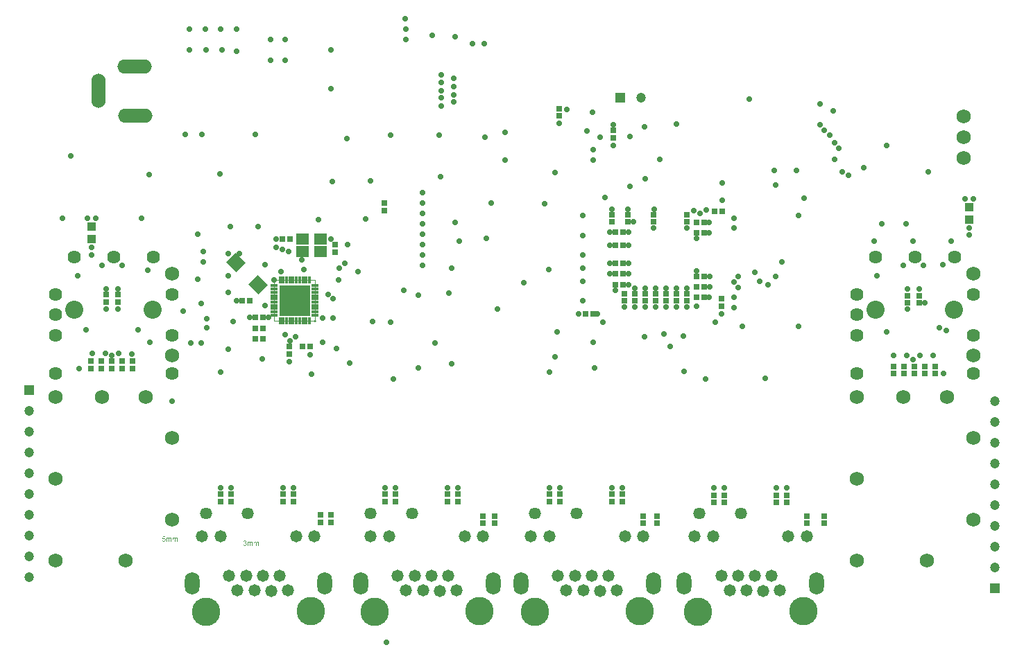
<source format=gbs>
G04*
G04 #@! TF.GenerationSoftware,Altium Limited,Altium Designer,20.0.2 (26)*
G04*
G04 Layer_Color=16711935*
%FSLAX25Y25*%
%MOIN*%
G70*
G01*
G75*
%ADD20C,0.00200*%
%ADD46R,0.02769X0.03162*%
%ADD47R,0.03162X0.02769*%
%ADD56R,0.06312X0.05524*%
%ADD57C,0.04737*%
%ADD61R,0.04737X0.04737*%
%ADD62C,0.06800*%
%ADD63C,0.06890*%
%ADD64C,0.06394*%
%ADD65O,0.16548X0.06706*%
%ADD66O,0.06706X0.16548*%
%ADD67C,0.13674*%
%ADD68O,0.07099X0.10800*%
%ADD69C,0.05800*%
%ADD70C,0.05737*%
%ADD71R,0.04737X0.04737*%
%ADD72C,0.02769*%
%ADD73C,0.08674*%
%ADD100R,0.14961X0.14961*%
%ADD101R,0.01181X0.03543*%
%ADD102R,0.03543X0.01181*%
G04:AMPARAMS|DCode=103|XSize=67.06mil|YSize=63.12mil|CornerRadius=0mil|HoleSize=0mil|Usage=FLASHONLY|Rotation=135.000|XOffset=0mil|YOffset=0mil|HoleType=Round|Shape=Rectangle|*
%AMROTATEDRECTD103*
4,1,4,0.04602,-0.00139,0.00139,-0.04602,-0.04602,0.00139,-0.00139,0.04602,0.04602,-0.00139,0.0*
%
%ADD103ROTATEDRECTD103*%

%ADD104R,0.04000X0.04000*%
G36*
X140480Y180268D02*
X139693D01*
Y181843D01*
X140480D01*
Y180268D01*
D02*
G37*
G36*
X138906D02*
X138118D01*
Y181843D01*
X138906D01*
Y180268D01*
D02*
G37*
G36*
X137331D02*
X136543D01*
Y181843D01*
X137331D01*
Y180268D01*
D02*
G37*
G36*
X135756D02*
X134968D01*
Y181843D01*
X135756D01*
Y180268D01*
D02*
G37*
G36*
X134181D02*
X133394D01*
Y181843D01*
X134181D01*
Y180268D01*
D02*
G37*
G36*
X132606D02*
X131819D01*
Y181843D01*
X132606D01*
Y180268D01*
D02*
G37*
G36*
X131032D02*
X130244D01*
Y181843D01*
X131032D01*
Y180268D01*
D02*
G37*
G36*
X129457D02*
X128669D01*
Y181843D01*
X129457D01*
Y180268D01*
D02*
G37*
G36*
X127882D02*
X127094D01*
Y181843D01*
X127882D01*
Y180268D01*
D02*
G37*
G36*
X126307D02*
X125520D01*
Y181843D01*
X126307D01*
Y180268D01*
D02*
G37*
G36*
X142842Y178693D02*
X141268D01*
Y179480D01*
X142842D01*
Y178693D01*
D02*
G37*
G36*
X124732D02*
X123158D01*
Y179480D01*
X124732D01*
Y178693D01*
D02*
G37*
G36*
X142842Y177118D02*
X141268D01*
Y177905D01*
X142842D01*
Y177118D01*
D02*
G37*
G36*
X124732D02*
X123158D01*
Y177905D01*
X124732D01*
Y177118D01*
D02*
G37*
G36*
X142842Y175543D02*
X141268D01*
Y176331D01*
X142842D01*
Y175543D01*
D02*
G37*
G36*
X124732D02*
X123158D01*
Y176331D01*
X124732D01*
Y175543D01*
D02*
G37*
G36*
X142842Y173969D02*
X141268D01*
Y174756D01*
X142842D01*
Y173969D01*
D02*
G37*
G36*
X124732D02*
X123158D01*
Y174756D01*
X124732D01*
Y173969D01*
D02*
G37*
G36*
X142842Y172394D02*
X141268D01*
Y173181D01*
X142842D01*
Y172394D01*
D02*
G37*
G36*
X124732D02*
X123158D01*
Y173181D01*
X124732D01*
Y172394D01*
D02*
G37*
G36*
X142842Y170819D02*
X141268D01*
Y171606D01*
X142842D01*
Y170819D01*
D02*
G37*
G36*
X124732D02*
X123158D01*
Y171606D01*
X124732D01*
Y170819D01*
D02*
G37*
G36*
X142842Y169244D02*
X141268D01*
Y170031D01*
X142842D01*
Y169244D01*
D02*
G37*
G36*
X124732D02*
X123158D01*
Y170031D01*
X124732D01*
Y169244D01*
D02*
G37*
G36*
X142842Y167669D02*
X141268D01*
Y168457D01*
X142842D01*
Y167669D01*
D02*
G37*
G36*
X124732D02*
X123158D01*
Y168457D01*
X124732D01*
Y167669D01*
D02*
G37*
G36*
X142842Y166095D02*
X141268D01*
Y166882D01*
X142842D01*
Y166095D01*
D02*
G37*
G36*
X124732D02*
X123158D01*
Y166882D01*
X124732D01*
Y166095D01*
D02*
G37*
G36*
X140284Y164716D02*
X125716D01*
Y179283D01*
X140284D01*
Y164716D01*
D02*
G37*
G36*
X142842Y164520D02*
X141268D01*
Y165307D01*
X142842D01*
Y164520D01*
D02*
G37*
G36*
X124732D02*
X123158D01*
Y165307D01*
X124732D01*
Y164520D01*
D02*
G37*
G36*
X140480Y162157D02*
X139693D01*
Y163732D01*
X140480D01*
Y162157D01*
D02*
G37*
G36*
X138906D02*
X138118D01*
Y163732D01*
X138906D01*
Y162157D01*
D02*
G37*
G36*
X137331D02*
X136543D01*
Y163732D01*
X137331D01*
Y162157D01*
D02*
G37*
G36*
X135756D02*
X134968D01*
Y163732D01*
X135756D01*
Y162157D01*
D02*
G37*
G36*
X134181D02*
X133394D01*
Y163732D01*
X134181D01*
Y162157D01*
D02*
G37*
G36*
X132606D02*
X131819D01*
Y163732D01*
X132606D01*
Y162157D01*
D02*
G37*
G36*
X131032D02*
X130244D01*
Y163732D01*
X131032D01*
Y162157D01*
D02*
G37*
G36*
X129457D02*
X128669D01*
Y163732D01*
X129457D01*
Y162157D01*
D02*
G37*
G36*
X127882D02*
X127094D01*
Y163732D01*
X127882D01*
Y162157D01*
D02*
G37*
G36*
X126307D02*
X125520D01*
Y163732D01*
X126307D01*
Y162157D01*
D02*
G37*
G36*
X143314Y162353D02*
X143314Y161961D01*
X143176Y161823D01*
X143038Y161685D01*
X142646Y161685D01*
X142370Y161961D01*
X142369Y162353D01*
X142508Y162491D01*
X142646Y162629D01*
X143037Y162629D01*
X143314Y162353D01*
D02*
G37*
G36*
X76221Y57864D02*
X76247D01*
X76272Y57860D01*
X76334Y57849D01*
X76400Y57831D01*
X76469Y57802D01*
X76538Y57765D01*
X76596Y57714D01*
X76604Y57707D01*
X76618Y57685D01*
X76644Y57653D01*
X76655Y57627D01*
X76669Y57602D01*
X76684Y57569D01*
X76695Y57536D01*
X76709Y57500D01*
X76720Y57456D01*
X76727Y57412D01*
X76735Y57361D01*
X76742Y57310D01*
Y57252D01*
Y56000D01*
X76433D01*
Y57147D01*
Y57150D01*
Y57154D01*
Y57176D01*
Y57209D01*
X76429Y57249D01*
X76425Y57292D01*
X76422Y57336D01*
X76414Y57380D01*
X76403Y57412D01*
Y57416D01*
X76396Y57427D01*
X76389Y57441D01*
X76378Y57460D01*
X76363Y57481D01*
X76345Y57503D01*
X76323Y57525D01*
X76294Y57547D01*
X76291Y57551D01*
X76280Y57554D01*
X76265Y57562D01*
X76240Y57573D01*
X76214Y57583D01*
X76181Y57591D01*
X76149Y57594D01*
X76109Y57598D01*
X76090D01*
X76076Y57594D01*
X76039Y57591D01*
X75996Y57583D01*
X75945Y57565D01*
X75890Y57543D01*
X75836Y57511D01*
X75785Y57467D01*
X75781Y57460D01*
X75766Y57441D01*
X75745Y57412D01*
X75723Y57369D01*
X75697Y57310D01*
X75679Y57241D01*
X75665Y57157D01*
X75657Y57059D01*
Y56000D01*
X75348D01*
Y57183D01*
Y57187D01*
Y57194D01*
Y57201D01*
Y57216D01*
X75344Y57256D01*
X75337Y57300D01*
X75330Y57350D01*
X75315Y57401D01*
X75297Y57449D01*
X75271Y57492D01*
X75268Y57496D01*
X75257Y57511D01*
X75239Y57525D01*
X75213Y57547D01*
X75180Y57565D01*
X75137Y57583D01*
X75086Y57594D01*
X75024Y57598D01*
X75002D01*
X74976Y57594D01*
X74947Y57591D01*
X74911Y57580D01*
X74867Y57569D01*
X74827Y57551D01*
X74784Y57529D01*
X74780Y57525D01*
X74765Y57514D01*
X74747Y57500D01*
X74722Y57478D01*
X74696Y57449D01*
X74671Y57412D01*
X74645Y57372D01*
X74623Y57325D01*
X74620Y57318D01*
X74616Y57300D01*
X74609Y57270D01*
X74598Y57230D01*
X74587Y57176D01*
X74580Y57110D01*
X74576Y57034D01*
X74572Y56946D01*
Y56000D01*
X74263D01*
Y57827D01*
X74540D01*
Y57565D01*
X74543Y57573D01*
X74554Y57587D01*
X74576Y57613D01*
X74602Y57642D01*
X74634Y57678D01*
X74674Y57714D01*
X74718Y57751D01*
X74769Y57784D01*
X74776Y57787D01*
X74795Y57798D01*
X74824Y57809D01*
X74864Y57827D01*
X74911Y57842D01*
X74966Y57853D01*
X75028Y57864D01*
X75093Y57867D01*
X75126D01*
X75166Y57864D01*
X75209Y57856D01*
X75264Y57845D01*
X75319Y57831D01*
X75373Y57809D01*
X75424Y57780D01*
X75432Y57776D01*
X75446Y57765D01*
X75468Y57747D01*
X75497Y57718D01*
X75526Y57685D01*
X75559Y57645D01*
X75588Y57598D01*
X75610Y57543D01*
X75613Y57547D01*
X75621Y57558D01*
X75632Y57573D01*
X75650Y57594D01*
X75672Y57620D01*
X75697Y57645D01*
X75726Y57674D01*
X75763Y57707D01*
X75803Y57736D01*
X75843Y57765D01*
X75890Y57791D01*
X75941Y57816D01*
X75996Y57838D01*
X76054Y57853D01*
X76112Y57864D01*
X76178Y57867D01*
X76203D01*
X76221Y57864D01*
D02*
G37*
G36*
X73288D02*
X73313D01*
X73339Y57860D01*
X73400Y57849D01*
X73466Y57831D01*
X73535Y57802D01*
X73604Y57765D01*
X73663Y57714D01*
X73670Y57707D01*
X73684Y57685D01*
X73710Y57653D01*
X73721Y57627D01*
X73735Y57602D01*
X73750Y57569D01*
X73761Y57536D01*
X73775Y57500D01*
X73786Y57456D01*
X73794Y57412D01*
X73801Y57361D01*
X73808Y57310D01*
Y57252D01*
Y56000D01*
X73499D01*
Y57147D01*
Y57150D01*
Y57154D01*
Y57176D01*
Y57209D01*
X73495Y57249D01*
X73491Y57292D01*
X73488Y57336D01*
X73480Y57380D01*
X73470Y57412D01*
Y57416D01*
X73462Y57427D01*
X73455Y57441D01*
X73444Y57460D01*
X73430Y57481D01*
X73411Y57503D01*
X73390Y57525D01*
X73360Y57547D01*
X73357Y57551D01*
X73346Y57554D01*
X73331Y57562D01*
X73306Y57573D01*
X73280Y57583D01*
X73247Y57591D01*
X73215Y57594D01*
X73175Y57598D01*
X73156D01*
X73142Y57594D01*
X73106Y57591D01*
X73062Y57583D01*
X73011Y57565D01*
X72956Y57543D01*
X72902Y57511D01*
X72851Y57467D01*
X72847Y57460D01*
X72833Y57441D01*
X72811Y57412D01*
X72789Y57369D01*
X72763Y57310D01*
X72745Y57241D01*
X72731Y57157D01*
X72723Y57059D01*
Y56000D01*
X72414D01*
Y57183D01*
Y57187D01*
Y57194D01*
Y57201D01*
Y57216D01*
X72410Y57256D01*
X72403Y57300D01*
X72396Y57350D01*
X72381Y57401D01*
X72363Y57449D01*
X72338Y57492D01*
X72334Y57496D01*
X72323Y57511D01*
X72305Y57525D01*
X72279Y57547D01*
X72246Y57565D01*
X72203Y57583D01*
X72152Y57594D01*
X72090Y57598D01*
X72068D01*
X72043Y57594D01*
X72014Y57591D01*
X71977Y57580D01*
X71934Y57569D01*
X71893Y57551D01*
X71850Y57529D01*
X71846Y57525D01*
X71832Y57514D01*
X71813Y57500D01*
X71788Y57478D01*
X71762Y57449D01*
X71737Y57412D01*
X71711Y57372D01*
X71690Y57325D01*
X71686Y57318D01*
X71682Y57300D01*
X71675Y57270D01*
X71664Y57230D01*
X71653Y57176D01*
X71646Y57110D01*
X71642Y57034D01*
X71639Y56946D01*
Y56000D01*
X71329D01*
Y57827D01*
X71606D01*
Y57565D01*
X71609Y57573D01*
X71620Y57587D01*
X71642Y57613D01*
X71668Y57642D01*
X71701Y57678D01*
X71741Y57714D01*
X71784Y57751D01*
X71835Y57784D01*
X71842Y57787D01*
X71861Y57798D01*
X71890Y57809D01*
X71930Y57827D01*
X71977Y57842D01*
X72032Y57853D01*
X72094Y57864D01*
X72159Y57867D01*
X72192D01*
X72232Y57864D01*
X72276Y57856D01*
X72330Y57845D01*
X72385Y57831D01*
X72439Y57809D01*
X72490Y57780D01*
X72498Y57776D01*
X72512Y57765D01*
X72534Y57747D01*
X72563Y57718D01*
X72592Y57685D01*
X72625Y57645D01*
X72654Y57598D01*
X72676Y57543D01*
X72680Y57547D01*
X72687Y57558D01*
X72698Y57573D01*
X72716Y57594D01*
X72738Y57620D01*
X72763Y57645D01*
X72793Y57674D01*
X72829Y57707D01*
X72869Y57736D01*
X72909Y57765D01*
X72956Y57791D01*
X73007Y57816D01*
X73062Y57838D01*
X73120Y57853D01*
X73178Y57864D01*
X73244Y57867D01*
X73269D01*
X73288Y57864D01*
D02*
G37*
G36*
X70838Y58191D02*
X69830D01*
X69695Y57511D01*
X69699Y57514D01*
X69706Y57518D01*
X69717Y57525D01*
X69735Y57536D01*
X69757Y57547D01*
X69782Y57562D01*
X69841Y57591D01*
X69913Y57620D01*
X69993Y57645D01*
X70081Y57664D01*
X70124Y57671D01*
X70205D01*
X70226Y57667D01*
X70255Y57664D01*
X70288Y57660D01*
X70325Y57653D01*
X70365Y57642D01*
X70452Y57616D01*
X70499Y57598D01*
X70547Y57573D01*
X70594Y57547D01*
X70641Y57518D01*
X70685Y57481D01*
X70729Y57441D01*
X70732Y57438D01*
X70740Y57430D01*
X70750Y57420D01*
X70765Y57401D01*
X70783Y57376D01*
X70801Y57350D01*
X70823Y57318D01*
X70845Y57281D01*
X70863Y57241D01*
X70885Y57198D01*
X70903Y57147D01*
X70922Y57096D01*
X70936Y57041D01*
X70947Y56979D01*
X70954Y56917D01*
X70958Y56852D01*
Y56848D01*
Y56837D01*
Y56819D01*
X70954Y56793D01*
X70951Y56764D01*
X70947Y56732D01*
X70940Y56692D01*
X70933Y56652D01*
X70911Y56557D01*
X70874Y56459D01*
X70852Y56408D01*
X70823Y56360D01*
X70794Y56309D01*
X70758Y56262D01*
X70754Y56258D01*
X70747Y56248D01*
X70732Y56233D01*
X70714Y56215D01*
X70689Y56193D01*
X70660Y56164D01*
X70623Y56138D01*
X70583Y56109D01*
X70539Y56080D01*
X70488Y56055D01*
X70434Y56029D01*
X70376Y56004D01*
X70314Y55985D01*
X70244Y55971D01*
X70172Y55960D01*
X70095Y55956D01*
X70063D01*
X70037Y55960D01*
X70008Y55964D01*
X69975Y55967D01*
X69935Y55971D01*
X69895Y55982D01*
X69804Y56004D01*
X69713Y56036D01*
X69666Y56058D01*
X69618Y56084D01*
X69575Y56113D01*
X69531Y56146D01*
X69527Y56149D01*
X69520Y56153D01*
X69513Y56167D01*
X69498Y56182D01*
X69480Y56200D01*
X69462Y56222D01*
X69440Y56251D01*
X69422Y56284D01*
X69400Y56317D01*
X69378Y56357D01*
X69338Y56444D01*
X69305Y56546D01*
X69295Y56601D01*
X69287Y56659D01*
X69611Y56684D01*
Y56681D01*
Y56673D01*
X69615Y56662D01*
X69618Y56644D01*
X69629Y56604D01*
X69644Y56550D01*
X69666Y56495D01*
X69695Y56433D01*
X69731Y56379D01*
X69775Y56328D01*
X69782Y56324D01*
X69797Y56309D01*
X69826Y56291D01*
X69866Y56269D01*
X69910Y56248D01*
X69964Y56229D01*
X70026Y56215D01*
X70095Y56211D01*
X70117D01*
X70132Y56215D01*
X70175Y56218D01*
X70226Y56233D01*
X70288Y56251D01*
X70350Y56280D01*
X70416Y56324D01*
X70445Y56349D01*
X70474Y56379D01*
X70477Y56382D01*
X70481Y56386D01*
X70488Y56397D01*
X70499Y56408D01*
X70525Y56448D01*
X70554Y56499D01*
X70579Y56561D01*
X70605Y56637D01*
X70623Y56728D01*
X70630Y56775D01*
Y56826D01*
Y56830D01*
Y56837D01*
Y56852D01*
X70627Y56870D01*
Y56892D01*
X70623Y56917D01*
X70612Y56976D01*
X70594Y57045D01*
X70569Y57114D01*
X70532Y57179D01*
X70481Y57241D01*
Y57245D01*
X70474Y57249D01*
X70456Y57267D01*
X70423Y57292D01*
X70379Y57321D01*
X70321Y57347D01*
X70255Y57372D01*
X70179Y57390D01*
X70135Y57398D01*
X70066D01*
X70037Y57394D01*
X70001Y57390D01*
X69957Y57380D01*
X69913Y57369D01*
X69866Y57350D01*
X69819Y57329D01*
X69815Y57325D01*
X69800Y57318D01*
X69779Y57300D01*
X69749Y57281D01*
X69720Y57256D01*
X69691Y57223D01*
X69658Y57190D01*
X69633Y57150D01*
X69342Y57190D01*
X69586Y58486D01*
X70838D01*
Y58191D01*
D02*
G37*
G36*
X115218Y55864D02*
X115243D01*
X115269Y55860D01*
X115331Y55849D01*
X115396Y55831D01*
X115465Y55802D01*
X115534Y55765D01*
X115593Y55714D01*
X115600Y55707D01*
X115614Y55685D01*
X115640Y55653D01*
X115651Y55627D01*
X115665Y55602D01*
X115680Y55569D01*
X115691Y55536D01*
X115706Y55500D01*
X115716Y55456D01*
X115724Y55412D01*
X115731Y55361D01*
X115738Y55310D01*
Y55252D01*
Y54000D01*
X115429D01*
Y55147D01*
Y55150D01*
Y55154D01*
Y55176D01*
Y55208D01*
X115425Y55248D01*
X115422Y55292D01*
X115418Y55336D01*
X115411Y55380D01*
X115400Y55412D01*
Y55416D01*
X115392Y55427D01*
X115385Y55441D01*
X115374Y55460D01*
X115360Y55481D01*
X115341Y55503D01*
X115320Y55525D01*
X115291Y55547D01*
X115287Y55551D01*
X115276Y55554D01*
X115261Y55562D01*
X115236Y55572D01*
X115210Y55583D01*
X115178Y55591D01*
X115145Y55594D01*
X115105Y55598D01*
X115087D01*
X115072Y55594D01*
X115036Y55591D01*
X114992Y55583D01*
X114941Y55565D01*
X114886Y55543D01*
X114832Y55511D01*
X114781Y55467D01*
X114777Y55460D01*
X114763Y55441D01*
X114741Y55412D01*
X114719Y55369D01*
X114694Y55310D01*
X114675Y55241D01*
X114661Y55158D01*
X114654Y55059D01*
Y54000D01*
X114344D01*
Y55183D01*
Y55187D01*
Y55194D01*
Y55201D01*
Y55216D01*
X114340Y55256D01*
X114333Y55300D01*
X114326Y55350D01*
X114311Y55401D01*
X114293Y55449D01*
X114268Y55492D01*
X114264Y55496D01*
X114253Y55511D01*
X114235Y55525D01*
X114209Y55547D01*
X114177Y55565D01*
X114133Y55583D01*
X114082Y55594D01*
X114020Y55598D01*
X113998D01*
X113973Y55594D01*
X113944Y55591D01*
X113907Y55580D01*
X113864Y55569D01*
X113824Y55551D01*
X113780Y55529D01*
X113776Y55525D01*
X113762Y55514D01*
X113744Y55500D01*
X113718Y55478D01*
X113693Y55449D01*
X113667Y55412D01*
X113642Y55372D01*
X113620Y55325D01*
X113616Y55318D01*
X113612Y55300D01*
X113605Y55270D01*
X113594Y55230D01*
X113583Y55176D01*
X113576Y55110D01*
X113573Y55034D01*
X113569Y54946D01*
Y54000D01*
X113259D01*
Y55827D01*
X113536D01*
Y55565D01*
X113540Y55572D01*
X113551Y55587D01*
X113573Y55612D01*
X113598Y55642D01*
X113631Y55678D01*
X113671Y55714D01*
X113714Y55751D01*
X113765Y55784D01*
X113773Y55787D01*
X113791Y55798D01*
X113820Y55809D01*
X113860Y55827D01*
X113907Y55842D01*
X113962Y55853D01*
X114024Y55864D01*
X114089Y55867D01*
X114122D01*
X114162Y55864D01*
X114206Y55856D01*
X114260Y55845D01*
X114315Y55831D01*
X114370Y55809D01*
X114421Y55780D01*
X114428Y55776D01*
X114442Y55765D01*
X114464Y55747D01*
X114493Y55718D01*
X114523Y55685D01*
X114555Y55645D01*
X114584Y55598D01*
X114606Y55543D01*
X114610Y55547D01*
X114617Y55558D01*
X114628Y55572D01*
X114646Y55594D01*
X114668Y55620D01*
X114694Y55645D01*
X114723Y55674D01*
X114759Y55707D01*
X114799Y55736D01*
X114839Y55765D01*
X114886Y55791D01*
X114937Y55816D01*
X114992Y55838D01*
X115050Y55853D01*
X115109Y55864D01*
X115174Y55867D01*
X115200D01*
X115218Y55864D01*
D02*
G37*
G36*
X112284D02*
X112309D01*
X112335Y55860D01*
X112397Y55849D01*
X112462Y55831D01*
X112531Y55802D01*
X112601Y55765D01*
X112659Y55714D01*
X112666Y55707D01*
X112681Y55685D01*
X112706Y55653D01*
X112717Y55627D01*
X112732Y55602D01*
X112746Y55569D01*
X112757Y55536D01*
X112772Y55500D01*
X112783Y55456D01*
X112790Y55412D01*
X112797Y55361D01*
X112804Y55310D01*
Y55252D01*
Y54000D01*
X112495D01*
Y55147D01*
Y55150D01*
Y55154D01*
Y55176D01*
Y55208D01*
X112491Y55248D01*
X112488Y55292D01*
X112484Y55336D01*
X112477Y55380D01*
X112466Y55412D01*
Y55416D01*
X112459Y55427D01*
X112451Y55441D01*
X112440Y55460D01*
X112426Y55481D01*
X112408Y55503D01*
X112386Y55525D01*
X112357Y55547D01*
X112353Y55551D01*
X112342Y55554D01*
X112328Y55562D01*
X112302Y55572D01*
X112277Y55583D01*
X112244Y55591D01*
X112211Y55594D01*
X112171Y55598D01*
X112153D01*
X112138Y55594D01*
X112102Y55591D01*
X112058Y55583D01*
X112007Y55565D01*
X111953Y55543D01*
X111898Y55511D01*
X111847Y55467D01*
X111844Y55460D01*
X111829Y55441D01*
X111807Y55412D01*
X111785Y55369D01*
X111760Y55310D01*
X111742Y55241D01*
X111727Y55158D01*
X111720Y55059D01*
Y54000D01*
X111410D01*
Y55183D01*
Y55187D01*
Y55194D01*
Y55201D01*
Y55216D01*
X111407Y55256D01*
X111399Y55300D01*
X111392Y55350D01*
X111378Y55401D01*
X111359Y55449D01*
X111334Y55492D01*
X111330Y55496D01*
X111319Y55511D01*
X111301Y55525D01*
X111276Y55547D01*
X111243Y55565D01*
X111199Y55583D01*
X111148Y55594D01*
X111086Y55598D01*
X111065D01*
X111039Y55594D01*
X111010Y55591D01*
X110974Y55580D01*
X110930Y55569D01*
X110890Y55551D01*
X110846Y55529D01*
X110843Y55525D01*
X110828Y55514D01*
X110810Y55500D01*
X110784Y55478D01*
X110759Y55449D01*
X110733Y55412D01*
X110708Y55372D01*
X110686Y55325D01*
X110682Y55318D01*
X110679Y55300D01*
X110671Y55270D01*
X110661Y55230D01*
X110650Y55176D01*
X110642Y55110D01*
X110639Y55034D01*
X110635Y54946D01*
Y54000D01*
X110326D01*
Y55827D01*
X110602D01*
Y55565D01*
X110606Y55572D01*
X110617Y55587D01*
X110639Y55612D01*
X110664Y55642D01*
X110697Y55678D01*
X110737Y55714D01*
X110781Y55751D01*
X110832Y55784D01*
X110839Y55787D01*
X110857Y55798D01*
X110886Y55809D01*
X110926Y55827D01*
X110974Y55842D01*
X111028Y55853D01*
X111090Y55864D01*
X111155Y55867D01*
X111188D01*
X111228Y55864D01*
X111272Y55856D01*
X111327Y55845D01*
X111381Y55831D01*
X111436Y55809D01*
X111487Y55780D01*
X111494Y55776D01*
X111509Y55765D01*
X111530Y55747D01*
X111560Y55718D01*
X111589Y55685D01*
X111621Y55645D01*
X111651Y55598D01*
X111672Y55543D01*
X111676Y55547D01*
X111683Y55558D01*
X111694Y55572D01*
X111712Y55594D01*
X111734Y55620D01*
X111760Y55645D01*
X111789Y55674D01*
X111825Y55707D01*
X111865Y55736D01*
X111905Y55765D01*
X111953Y55791D01*
X112004Y55816D01*
X112058Y55838D01*
X112117Y55853D01*
X112175Y55864D01*
X112240Y55867D01*
X112266D01*
X112284Y55864D01*
D02*
G37*
G36*
X109150Y56526D02*
X109197Y56519D01*
X109255Y56508D01*
X109321Y56490D01*
X109387Y56468D01*
X109452Y56439D01*
X109456D01*
X109459Y56435D01*
X109481Y56424D01*
X109514Y56402D01*
X109550Y56377D01*
X109594Y56340D01*
X109638Y56300D01*
X109681Y56253D01*
X109718Y56199D01*
X109721Y56191D01*
X109732Y56173D01*
X109747Y56140D01*
X109765Y56100D01*
X109783Y56053D01*
X109798Y55998D01*
X109809Y55936D01*
X109812Y55875D01*
Y55867D01*
Y55845D01*
X109809Y55816D01*
X109801Y55776D01*
X109791Y55729D01*
X109772Y55678D01*
X109750Y55627D01*
X109721Y55576D01*
X109718Y55569D01*
X109707Y55554D01*
X109685Y55529D01*
X109656Y55500D01*
X109619Y55467D01*
X109576Y55431D01*
X109525Y55398D01*
X109463Y55365D01*
X109467D01*
X109474Y55361D01*
X109485Y55358D01*
X109499Y55354D01*
X109539Y55339D01*
X109590Y55318D01*
X109649Y55289D01*
X109707Y55252D01*
X109761Y55205D01*
X109812Y55150D01*
X109816Y55143D01*
X109831Y55121D01*
X109852Y55085D01*
X109874Y55037D01*
X109896Y54979D01*
X109918Y54910D01*
X109932Y54830D01*
X109936Y54743D01*
Y54739D01*
Y54728D01*
Y54710D01*
X109932Y54688D01*
X109929Y54659D01*
X109922Y54626D01*
X109914Y54590D01*
X109907Y54550D01*
X109878Y54462D01*
X109856Y54415D01*
X109834Y54371D01*
X109805Y54324D01*
X109772Y54277D01*
X109736Y54229D01*
X109692Y54186D01*
X109689Y54182D01*
X109681Y54175D01*
X109667Y54164D01*
X109649Y54149D01*
X109627Y54131D01*
X109598Y54113D01*
X109565Y54091D01*
X109525Y54073D01*
X109485Y54051D01*
X109437Y54029D01*
X109390Y54011D01*
X109335Y53993D01*
X109277Y53978D01*
X109215Y53967D01*
X109153Y53960D01*
X109084Y53956D01*
X109052D01*
X109030Y53960D01*
X109001Y53964D01*
X108968Y53967D01*
X108932Y53974D01*
X108891Y53982D01*
X108804Y54004D01*
X108713Y54040D01*
X108666Y54062D01*
X108622Y54087D01*
X108578Y54120D01*
X108535Y54153D01*
X108531Y54157D01*
X108524Y54164D01*
X108513Y54175D01*
X108502Y54189D01*
X108484Y54207D01*
X108466Y54233D01*
X108444Y54258D01*
X108422Y54291D01*
X108400Y54328D01*
X108378Y54364D01*
X108338Y54451D01*
X108305Y54553D01*
X108294Y54608D01*
X108287Y54666D01*
X108597Y54706D01*
Y54703D01*
X108600Y54695D01*
X108604Y54681D01*
X108607Y54663D01*
X108611Y54641D01*
X108618Y54615D01*
X108637Y54561D01*
X108662Y54495D01*
X108695Y54433D01*
X108731Y54375D01*
X108775Y54324D01*
X108782Y54320D01*
X108797Y54306D01*
X108826Y54288D01*
X108862Y54269D01*
X108906Y54247D01*
X108961Y54229D01*
X109022Y54215D01*
X109088Y54211D01*
X109110D01*
X109124Y54215D01*
X109164Y54218D01*
X109215Y54229D01*
X109274Y54247D01*
X109335Y54273D01*
X109397Y54309D01*
X109456Y54360D01*
X109463Y54368D01*
X109481Y54390D01*
X109503Y54422D01*
X109532Y54466D01*
X109561Y54520D01*
X109583Y54582D01*
X109601Y54655D01*
X109608Y54735D01*
Y54739D01*
Y54746D01*
Y54757D01*
X109605Y54772D01*
X109601Y54812D01*
X109590Y54859D01*
X109576Y54917D01*
X109550Y54975D01*
X109514Y55034D01*
X109467Y55088D01*
X109459Y55096D01*
X109441Y55110D01*
X109412Y55132D01*
X109372Y55158D01*
X109321Y55183D01*
X109259Y55205D01*
X109190Y55219D01*
X109114Y55227D01*
X109081D01*
X109055Y55223D01*
X109022Y55219D01*
X108986Y55212D01*
X108942Y55205D01*
X108895Y55194D01*
X108932Y55467D01*
X108950D01*
X108964Y55463D01*
X109012D01*
X109052Y55471D01*
X109099Y55478D01*
X109153Y55489D01*
X109215Y55507D01*
X109274Y55532D01*
X109335Y55565D01*
X109339D01*
X109343Y55569D01*
X109361Y55583D01*
X109387Y55609D01*
X109416Y55642D01*
X109445Y55689D01*
X109470Y55744D01*
X109488Y55805D01*
X109496Y55842D01*
Y55882D01*
Y55885D01*
Y55889D01*
Y55911D01*
X109488Y55940D01*
X109481Y55980D01*
X109467Y56024D01*
X109448Y56071D01*
X109419Y56119D01*
X109379Y56162D01*
X109376Y56166D01*
X109357Y56180D01*
X109332Y56199D01*
X109299Y56220D01*
X109255Y56239D01*
X109204Y56257D01*
X109146Y56271D01*
X109081Y56275D01*
X109052D01*
X109019Y56268D01*
X108975Y56260D01*
X108928Y56246D01*
X108880Y56228D01*
X108830Y56199D01*
X108782Y56162D01*
X108779Y56159D01*
X108764Y56140D01*
X108742Y56115D01*
X108717Y56078D01*
X108691Y56031D01*
X108666Y55973D01*
X108644Y55904D01*
X108629Y55824D01*
X108320Y55878D01*
Y55882D01*
X108324Y55893D01*
X108327Y55907D01*
X108331Y55929D01*
X108338Y55955D01*
X108349Y55984D01*
X108371Y56053D01*
X108407Y56133D01*
X108451Y56213D01*
X108506Y56290D01*
X108575Y56359D01*
X108578Y56362D01*
X108586Y56366D01*
X108597Y56373D01*
X108611Y56384D01*
X108629Y56399D01*
X108655Y56413D01*
X108680Y56428D01*
X108713Y56446D01*
X108786Y56475D01*
X108870Y56504D01*
X108968Y56523D01*
X109019Y56530D01*
X109110D01*
X109150Y56526D01*
D02*
G37*
D20*
X142842Y162157D02*
Y181843D01*
X123158D02*
X142842D01*
X123158Y162157D02*
Y181843D01*
Y162157D02*
X142842D01*
D46*
X130772Y201500D02*
D03*
X127228D02*
D03*
X140272Y150000D02*
D03*
X136728D02*
D03*
X117772Y164000D02*
D03*
X114228D02*
D03*
X107728Y172000D02*
D03*
X111272D02*
D03*
X334728Y215000D02*
D03*
X338272D02*
D03*
X329772Y183500D02*
D03*
X326228D02*
D03*
X329772Y209500D02*
D03*
X326228D02*
D03*
X287228Y205000D02*
D03*
X290772D02*
D03*
X287228Y185000D02*
D03*
X290772D02*
D03*
X276272Y165500D02*
D03*
X272728D02*
D03*
X329772Y178500D02*
D03*
X326228D02*
D03*
X329772Y173500D02*
D03*
X326228D02*
D03*
X329772Y204500D02*
D03*
X326228D02*
D03*
X287228Y198500D02*
D03*
X290772D02*
D03*
X287228Y190000D02*
D03*
X290772D02*
D03*
X287228Y179500D02*
D03*
X290772D02*
D03*
X114228Y158500D02*
D03*
X117772D02*
D03*
X114228Y153500D02*
D03*
X117772D02*
D03*
D47*
X176500Y75228D02*
D03*
Y78772D02*
D03*
X181500Y75228D02*
D03*
Y78772D02*
D03*
X206500Y75228D02*
D03*
Y78772D02*
D03*
X211500Y75228D02*
D03*
Y78772D02*
D03*
X255500Y75228D02*
D03*
Y78772D02*
D03*
X260500Y75228D02*
D03*
Y78772D02*
D03*
X285500Y75228D02*
D03*
Y78772D02*
D03*
X290500Y75228D02*
D03*
Y78772D02*
D03*
X334500Y74728D02*
D03*
Y78272D02*
D03*
X339500Y74728D02*
D03*
Y78272D02*
D03*
X364500Y74728D02*
D03*
Y78272D02*
D03*
X369500Y74728D02*
D03*
Y78272D02*
D03*
X132500Y75228D02*
D03*
Y78772D02*
D03*
X127500Y75228D02*
D03*
Y78772D02*
D03*
X102500Y75228D02*
D03*
Y78772D02*
D03*
X97500Y75228D02*
D03*
Y78772D02*
D03*
X152500Y195228D02*
D03*
Y198772D02*
D03*
X130500Y149772D02*
D03*
Y146228D02*
D03*
X35000Y142772D02*
D03*
Y139228D02*
D03*
X40000Y142772D02*
D03*
Y139228D02*
D03*
X50000Y142772D02*
D03*
Y139228D02*
D03*
X55000Y142772D02*
D03*
Y139228D02*
D03*
X45000Y142772D02*
D03*
Y139228D02*
D03*
X425713Y140272D02*
D03*
Y136728D02*
D03*
X435713Y140272D02*
D03*
Y136728D02*
D03*
X440713Y140272D02*
D03*
Y136728D02*
D03*
X420713Y140272D02*
D03*
Y136728D02*
D03*
X430713Y140272D02*
D03*
Y136728D02*
D03*
X145500Y68772D02*
D03*
Y65228D02*
D03*
X150500Y68772D02*
D03*
Y65228D02*
D03*
X229000Y68272D02*
D03*
Y64728D02*
D03*
X223500Y68272D02*
D03*
Y64728D02*
D03*
X307000Y68272D02*
D03*
Y64728D02*
D03*
X300500Y68272D02*
D03*
Y64728D02*
D03*
X387500Y68272D02*
D03*
Y64728D02*
D03*
X379000Y68272D02*
D03*
Y64728D02*
D03*
X296500Y171728D02*
D03*
Y175272D02*
D03*
X306500Y171728D02*
D03*
Y175272D02*
D03*
X316500Y171728D02*
D03*
Y175272D02*
D03*
X338000Y169228D02*
D03*
Y172772D02*
D03*
X305500Y213272D02*
D03*
Y209728D02*
D03*
X293000Y213272D02*
D03*
Y209728D02*
D03*
X260000Y260728D02*
D03*
Y264272D02*
D03*
X311500Y171728D02*
D03*
Y175272D02*
D03*
X321500Y171728D02*
D03*
Y175272D02*
D03*
Y213272D02*
D03*
Y209728D02*
D03*
X285500Y213272D02*
D03*
Y209728D02*
D03*
X291500Y171728D02*
D03*
Y175272D02*
D03*
X42500Y171228D02*
D03*
Y174772D02*
D03*
X48000Y171228D02*
D03*
Y174772D02*
D03*
X427500Y170728D02*
D03*
Y174272D02*
D03*
X433000Y170728D02*
D03*
Y174272D02*
D03*
X301500Y171728D02*
D03*
Y175272D02*
D03*
X176000Y215228D02*
D03*
Y218772D02*
D03*
X286000Y253772D02*
D03*
Y250228D02*
D03*
D56*
X145331Y201453D02*
D03*
X136669D02*
D03*
Y195547D02*
D03*
X145331D02*
D03*
D57*
X299500Y269500D02*
D03*
X469500Y123500D02*
D03*
Y113500D02*
D03*
Y103500D02*
D03*
Y93500D02*
D03*
Y43500D02*
D03*
Y53500D02*
D03*
Y63500D02*
D03*
Y73500D02*
D03*
Y83500D02*
D03*
X5500Y39000D02*
D03*
Y49000D02*
D03*
Y59000D02*
D03*
Y69000D02*
D03*
Y119000D02*
D03*
Y109000D02*
D03*
Y99000D02*
D03*
Y89000D02*
D03*
Y79000D02*
D03*
D61*
X289500Y269500D02*
D03*
D62*
X454500Y240500D02*
D03*
Y260500D02*
D03*
Y250500D02*
D03*
D63*
X40312Y125709D02*
D03*
X61571Y125709D02*
D03*
X51729Y46968D02*
D03*
X74052Y66654D02*
D03*
X74052Y106024D02*
D03*
Y145394D02*
D03*
X74052Y184764D02*
D03*
X17949Y125709D02*
D03*
X17949Y86339D02*
D03*
X17950Y46969D02*
D03*
X402949D02*
D03*
X402949Y86339D02*
D03*
X402949Y125709D02*
D03*
X459052Y184764D02*
D03*
X459052Y145394D02*
D03*
Y106024D02*
D03*
X459052Y66654D02*
D03*
X436729Y46968D02*
D03*
X446571Y125709D02*
D03*
X425312Y125709D02*
D03*
D64*
X74051Y136733D02*
D03*
Y155237D02*
D03*
Y174922D02*
D03*
X64917Y193031D02*
D03*
X46019Y193032D02*
D03*
X27122Y193032D02*
D03*
X17949Y174922D02*
D03*
X17949Y165079D02*
D03*
X17949Y155236D02*
D03*
X17949Y136732D02*
D03*
X402949D02*
D03*
X402949Y155236D02*
D03*
X402949Y165079D02*
D03*
X402949Y174922D02*
D03*
X412122Y193032D02*
D03*
X431019Y193032D02*
D03*
X449917Y193031D02*
D03*
X459051Y174922D02*
D03*
Y155237D02*
D03*
Y136733D02*
D03*
D65*
X56363Y260733D02*
D03*
X56232Y284441D02*
D03*
D66*
X38636Y272746D02*
D03*
D67*
X221755Y22542D02*
D03*
X171382Y22199D02*
D03*
X298755Y22542D02*
D03*
X248382Y22199D02*
D03*
X377255Y22542D02*
D03*
X326882Y22199D02*
D03*
X140755Y22542D02*
D03*
X90382Y22199D02*
D03*
D68*
X228272Y36003D02*
D03*
X164647D02*
D03*
X305272D02*
D03*
X241647D02*
D03*
X383772D02*
D03*
X320147D02*
D03*
X147272D02*
D03*
X83647D02*
D03*
D69*
X169474Y58551D02*
D03*
X178510Y58428D02*
D03*
X214652Y58551D02*
D03*
X223564D02*
D03*
X182442Y39429D02*
D03*
X186509Y32483D02*
D03*
X190581Y39446D02*
D03*
X194691Y32693D02*
D03*
X198588Y39511D02*
D03*
X202604Y32353D02*
D03*
X206595Y39429D02*
D03*
X210579Y32468D02*
D03*
X246474Y58551D02*
D03*
X255510Y58428D02*
D03*
X291652Y58551D02*
D03*
X300564D02*
D03*
X259442Y39429D02*
D03*
X263509Y32483D02*
D03*
X267581Y39446D02*
D03*
X271691Y32693D02*
D03*
X275588Y39511D02*
D03*
X279604Y32353D02*
D03*
X283595Y39429D02*
D03*
X287579Y32468D02*
D03*
X324974Y58551D02*
D03*
X334010Y58428D02*
D03*
X370152Y58551D02*
D03*
X379064D02*
D03*
X337942Y39429D02*
D03*
X342009Y32483D02*
D03*
X346081Y39446D02*
D03*
X350191Y32693D02*
D03*
X354088Y39511D02*
D03*
X358104Y32353D02*
D03*
X362095Y39429D02*
D03*
X366079Y32468D02*
D03*
X88474Y58551D02*
D03*
X97510Y58428D02*
D03*
X133652Y58551D02*
D03*
X142564D02*
D03*
X101442Y39429D02*
D03*
X105509Y32483D02*
D03*
X109581Y39446D02*
D03*
X113691Y32693D02*
D03*
X117588Y39511D02*
D03*
X121604Y32353D02*
D03*
X125595Y39429D02*
D03*
X129579Y32468D02*
D03*
D70*
X347500Y69500D02*
D03*
X327500D02*
D03*
X268500D02*
D03*
X248500D02*
D03*
X189500D02*
D03*
X169500D02*
D03*
X110500D02*
D03*
X90500D02*
D03*
D71*
X469500Y33500D02*
D03*
X5500Y129000D02*
D03*
D72*
X101000Y148500D02*
D03*
X177000Y7500D02*
D03*
X25500Y241500D02*
D03*
X74000Y123500D02*
D03*
X59500Y211500D02*
D03*
X21500D02*
D03*
X63000Y232500D02*
D03*
X199000Y299500D02*
D03*
X97000Y233000D02*
D03*
X101000Y176000D02*
D03*
X202500Y251500D02*
D03*
X179000D02*
D03*
X417500Y246500D02*
D03*
X258000Y233500D02*
D03*
X203000Y231500D02*
D03*
X437500Y234000D02*
D03*
X169500Y229500D02*
D03*
X224500Y250500D02*
D03*
X276000Y262500D02*
D03*
X338500Y228500D02*
D03*
X253000Y218500D02*
D03*
X234000Y253000D02*
D03*
X227500Y219000D02*
D03*
X185500Y177000D02*
D03*
X207000Y175500D02*
D03*
X212000Y200500D02*
D03*
X210000Y209500D02*
D03*
X103500Y162000D02*
D03*
X208500Y187500D02*
D03*
X159500Y142000D02*
D03*
X359000Y134500D02*
D03*
X320000Y138000D02*
D03*
X117500Y144000D02*
D03*
X153000Y149000D02*
D03*
X141000Y136500D02*
D03*
X192500Y174500D02*
D03*
X170500Y162000D02*
D03*
X255000Y187000D02*
D03*
X348000Y159500D02*
D03*
X375000D02*
D03*
X179000Y161500D02*
D03*
X276500Y152000D02*
D03*
X258000Y145000D02*
D03*
X277000Y139500D02*
D03*
X259000Y157000D02*
D03*
X230500Y168000D02*
D03*
X243000Y180500D02*
D03*
X208500Y141500D02*
D03*
X192500Y139500D02*
D03*
X225000Y202000D02*
D03*
X200500Y151500D02*
D03*
X105000Y292000D02*
D03*
X98000Y292500D02*
D03*
X90500D02*
D03*
X82500D02*
D03*
X105000Y302500D02*
D03*
X97500D02*
D03*
X90000D02*
D03*
X82500D02*
D03*
X128500Y287500D02*
D03*
X121500D02*
D03*
X128500Y297500D02*
D03*
X121500D02*
D03*
X209500Y267500D02*
D03*
X364000Y183500D02*
D03*
X356433Y181067D02*
D03*
X354016Y185500D02*
D03*
X367000Y190500D02*
D03*
X158000Y250000D02*
D03*
X80500Y252000D02*
D03*
X455000Y221000D02*
D03*
X457000Y207000D02*
D03*
X459000Y221000D02*
D03*
X457000Y203500D02*
D03*
X35500Y194000D02*
D03*
X37500Y211500D02*
D03*
X363500Y234500D02*
D03*
X391772Y263272D02*
D03*
X114000Y252000D02*
D03*
X351500Y268937D02*
D03*
X29272Y139228D02*
D03*
X439660Y145500D02*
D03*
X433362D02*
D03*
X430213Y143500D02*
D03*
X427063Y145512D02*
D03*
X420764D02*
D03*
X444728Y136728D02*
D03*
X54660Y146340D02*
D03*
X48362Y146500D02*
D03*
X45213Y145500D02*
D03*
X42063Y146500D02*
D03*
X35764D02*
D03*
X344165Y173500D02*
D03*
X411500Y200500D02*
D03*
X338272Y220272D02*
D03*
X102000Y207500D02*
D03*
X50000Y189000D02*
D03*
X433000Y177500D02*
D03*
X427500D02*
D03*
X42500D02*
D03*
X48000D02*
D03*
X115500Y207500D02*
D03*
X136500Y191500D02*
D03*
X166937Y211063D02*
D03*
X118728Y189272D02*
D03*
X136000Y177500D02*
D03*
X146500Y152000D02*
D03*
X133500Y167000D02*
D03*
X128500Y166500D02*
D03*
X131500Y169500D02*
D03*
X131000Y176000D02*
D03*
X137000Y175000D02*
D03*
X445960Y157540D02*
D03*
X442810Y159000D02*
D03*
X417500Y157000D02*
D03*
X434937Y188937D02*
D03*
X425490Y188990D02*
D03*
X435728Y170728D02*
D03*
X427500Y168000D02*
D03*
X444386Y189114D02*
D03*
X412675Y183825D02*
D03*
X448500Y200500D02*
D03*
X430000D02*
D03*
X374000Y234500D02*
D03*
X35500Y197500D02*
D03*
X150500Y292500D02*
D03*
Y274000D02*
D03*
X210000Y299000D02*
D03*
X186000Y307500D02*
D03*
X224000Y295500D02*
D03*
X218500D02*
D03*
X263728Y263772D02*
D03*
X269500Y165500D02*
D03*
X281039Y161461D02*
D03*
X151500Y163500D02*
D03*
X158500Y199000D02*
D03*
X163500Y186000D02*
D03*
X150453Y201453D02*
D03*
X124000Y201500D02*
D03*
X88500Y252000D02*
D03*
X83000Y151500D02*
D03*
X79500Y166772D02*
D03*
X62500Y186500D02*
D03*
X48000Y168000D02*
D03*
X42500D02*
D03*
X63500Y152000D02*
D03*
X57810Y157810D02*
D03*
X32614D02*
D03*
X130500Y142500D02*
D03*
X140272Y146000D02*
D03*
X415000Y209000D02*
D03*
X132500Y82000D02*
D03*
X127500D02*
D03*
X102500D02*
D03*
X97500D02*
D03*
X271500Y193862D02*
D03*
Y181264D02*
D03*
X211500Y82000D02*
D03*
X206500D02*
D03*
X181500D02*
D03*
X176500D02*
D03*
X290500D02*
D03*
X285500D02*
D03*
X260500D02*
D03*
X255500D02*
D03*
X334500D02*
D03*
X339500D02*
D03*
X369500D02*
D03*
X364500D02*
D03*
X194500Y224000D02*
D03*
Y219000D02*
D03*
Y214000D02*
D03*
Y209000D02*
D03*
Y204000D02*
D03*
Y199000D02*
D03*
Y194000D02*
D03*
Y189000D02*
D03*
X186500Y297500D02*
D03*
X128500Y155500D02*
D03*
X133500Y154500D02*
D03*
X130638Y152500D02*
D03*
X118862Y169638D02*
D03*
X120500Y164000D02*
D03*
X137500Y187000D02*
D03*
X123000Y182000D02*
D03*
X144500Y211000D02*
D03*
X126500Y186000D02*
D03*
X149000Y175000D02*
D03*
X146500Y163500D02*
D03*
X151228Y229272D02*
D03*
X316500Y169000D02*
D03*
X305638Y216039D02*
D03*
X260236Y257236D02*
D03*
X293039Y216039D02*
D03*
X271500Y171815D02*
D03*
Y187563D02*
D03*
X332000Y204500D02*
D03*
Y209500D02*
D03*
X344000Y207000D02*
D03*
X324772Y215272D02*
D03*
X330835Y215665D02*
D03*
X344000Y211500D02*
D03*
X327685Y213815D02*
D03*
X332110Y173390D02*
D03*
X338039Y165539D02*
D03*
X311500Y169000D02*
D03*
X321500D02*
D03*
X306500D02*
D03*
X301500D02*
D03*
X296500D02*
D03*
X291500D02*
D03*
X278500Y165500D02*
D03*
X287228Y176772D02*
D03*
X284500Y185000D02*
D03*
Y190000D02*
D03*
Y198500D02*
D03*
Y205000D02*
D03*
X285500Y216000D02*
D03*
X332500Y183500D02*
D03*
Y178500D02*
D03*
X346000Y178114D02*
D03*
X344000Y181000D02*
D03*
X346000Y183500D02*
D03*
X282039Y221539D02*
D03*
X392500Y240000D02*
D03*
X390000Y251500D02*
D03*
X392500Y248000D02*
D03*
X387500Y254000D02*
D03*
X385500Y256500D02*
D03*
X294000Y227000D02*
D03*
X301500Y230500D02*
D03*
X286000Y246500D02*
D03*
X151500Y173000D02*
D03*
X364000Y227500D02*
D03*
X310362Y156000D02*
D03*
X300914Y154587D02*
D03*
X319811Y154811D02*
D03*
X344165Y168665D02*
D03*
X394500Y245276D02*
D03*
X396000Y234000D02*
D03*
X399228Y232228D02*
D03*
X105000Y172000D02*
D03*
X101000Y194500D02*
D03*
X186500Y302500D02*
D03*
X293500Y198500D02*
D03*
Y205000D02*
D03*
Y190000D02*
D03*
Y185000D02*
D03*
Y179500D02*
D03*
X296500Y178000D02*
D03*
X301500D02*
D03*
X306500D02*
D03*
X311500D02*
D03*
X316500D02*
D03*
X321500D02*
D03*
X326228Y186228D02*
D03*
Y169272D02*
D03*
Y201772D02*
D03*
X321500Y207000D02*
D03*
X305500D02*
D03*
X295728Y209728D02*
D03*
X271500Y212760D02*
D03*
Y203311D02*
D03*
X335000Y161461D02*
D03*
X360500Y179500D02*
D03*
X375000Y213000D02*
D03*
X377750Y221250D02*
D03*
X406272Y235772D02*
D03*
X385500Y266500D02*
D03*
X316500Y257000D02*
D03*
X301169Y255669D02*
D03*
X308500Y240000D02*
D03*
X294000Y251000D02*
D03*
X279728Y250500D02*
D03*
X286000Y256500D02*
D03*
X276500Y239500D02*
D03*
Y244500D02*
D03*
X273272Y253500D02*
D03*
X234000Y239500D02*
D03*
X111500Y164000D02*
D03*
X28675Y183825D02*
D03*
X40500Y189000D02*
D03*
X89000Y195500D02*
D03*
Y190500D02*
D03*
X106500Y194500D02*
D03*
X90728Y163228D02*
D03*
X90772Y158772D02*
D03*
X88000Y170500D02*
D03*
Y151500D02*
D03*
X86272Y182228D02*
D03*
Y203772D02*
D03*
X101000Y184000D02*
D03*
X154000Y182000D02*
D03*
X157000Y190000D02*
D03*
X154278Y187500D02*
D03*
X130000Y195500D02*
D03*
X127000Y196500D02*
D03*
X124000Y197500D02*
D03*
X426772Y209000D02*
D03*
X97500Y137500D02*
D03*
X180500Y134272D02*
D03*
X255500Y137500D02*
D03*
X330500Y134272D02*
D03*
X313500Y150000D02*
D03*
X203500Y280500D02*
D03*
Y277000D02*
D03*
Y273000D02*
D03*
Y269500D02*
D03*
Y265500D02*
D03*
X209500Y279000D02*
D03*
Y275000D02*
D03*
Y271000D02*
D03*
X33500Y211500D02*
D03*
D73*
X449898Y167685D02*
D03*
X412102D02*
D03*
X27102D02*
D03*
X64898D02*
D03*
D100*
X133000Y172000D02*
D03*
D101*
X140087Y162160D02*
D03*
X138512D02*
D03*
X136937D02*
D03*
X135362D02*
D03*
X133787D02*
D03*
X132213D02*
D03*
X130638D02*
D03*
X129063D02*
D03*
X127488D02*
D03*
X125913D02*
D03*
Y181840D02*
D03*
X127488D02*
D03*
X129063D02*
D03*
X130638D02*
D03*
X132213D02*
D03*
X133787D02*
D03*
X135362D02*
D03*
X136937D02*
D03*
X138512D02*
D03*
X140087D02*
D03*
D102*
X142840Y164913D02*
D03*
Y166488D02*
D03*
Y168063D02*
D03*
Y169638D02*
D03*
Y171213D02*
D03*
Y172787D02*
D03*
Y174362D02*
D03*
Y175937D02*
D03*
Y177512D02*
D03*
Y179087D02*
D03*
X123160D02*
D03*
Y177512D02*
D03*
Y175937D02*
D03*
Y174362D02*
D03*
Y172787D02*
D03*
Y171213D02*
D03*
Y169638D02*
D03*
Y168063D02*
D03*
Y166488D02*
D03*
Y164913D02*
D03*
D103*
X104685Y190315D02*
D03*
X115315Y179685D02*
D03*
D104*
X457000Y211000D02*
D03*
Y217000D02*
D03*
X35500Y201500D02*
D03*
Y207500D02*
D03*
M02*

</source>
